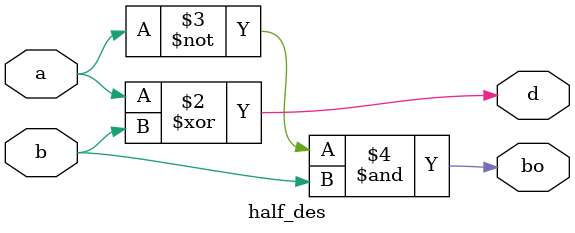
<source format=v>
module half_des(a, b, d, bo);

input a;
input b;

output reg d;
output reg bo;

always @(*)
begin
	d = a^b;
	bo = (~a)&b;
end

endmodule

</source>
